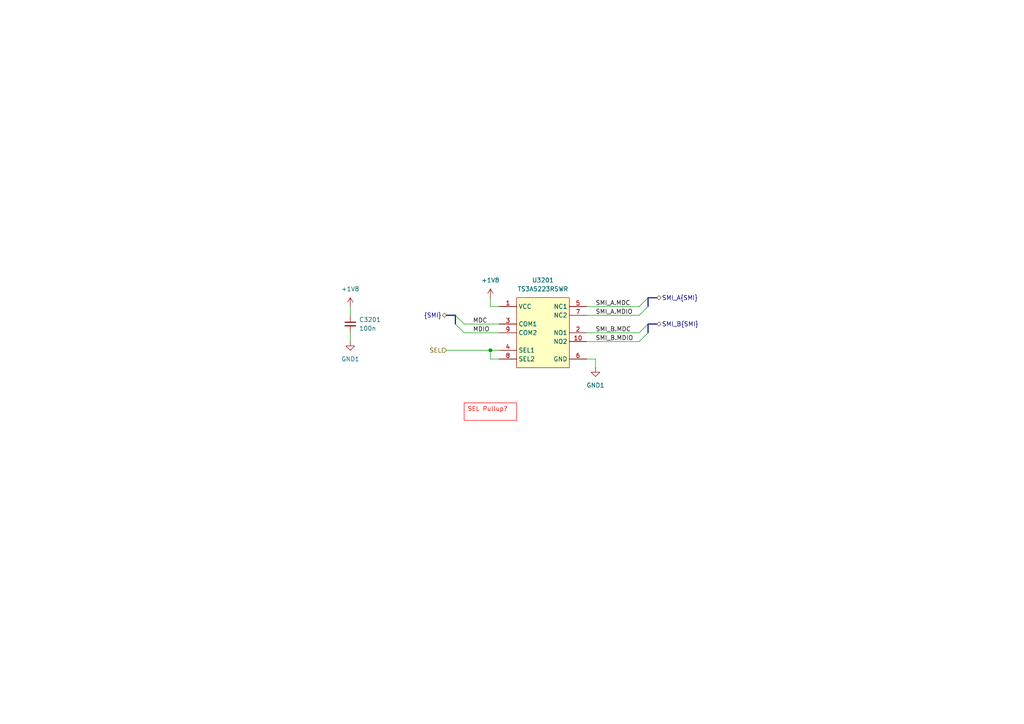
<source format=kicad_sch>
(kicad_sch
	(version 20250114)
	(generator "eeschema")
	(generator_version "9.0")
	(uuid "258d0e79-9dfa-4dbb-8d39-6915f65e196c")
	(paper "A4")
	(title_block
		(date "2025-06-30")
	)
	(lib_symbols
		(symbol "COMM-MUX:TS3A5223RSWR"
			(exclude_from_sim no)
			(in_bom yes)
			(on_board yes)
			(property "Reference" "U"
				(at 0 5.08 0)
				(effects
					(font
						(size 1.27 1.27)
					)
				)
			)
			(property "Value" "TS3A5223RSWR"
				(at 0 2.54 0)
				(effects
					(font
						(size 1.27 1.27)
					)
				)
			)
			(property "Footprint" "project_footprints:RSW_RPUQFNN10_"
				(at 24.13 -87.3 0)
				(effects
					(font
						(size 1.27 1.27)
					)
					(justify left top)
					(hide yes)
				)
			)
			(property "Datasheet" "http://www.ti.com/lit/gpn/ts3a5223"
				(at 24.13 -187.3 0)
				(effects
					(font
						(size 1.27 1.27)
					)
					(justify left top)
					(hide yes)
				)
			)
			(property "Description" "0.5 Dual SPDT Bidirectional Analog Switch"
				(at -1.27 -22.86 0)
				(effects
					(font
						(size 1.27 1.27)
					)
					(hide yes)
				)
			)
			(property "Height" ""
				(at 24.13 -387.3 0)
				(effects
					(font
						(size 1.27 1.27)
					)
					(justify left top)
					(hide yes)
				)
			)
			(property "Mouser Part Number" "595-TS3A5223RSWR"
				(at 24.13 -487.3 0)
				(effects
					(font
						(size 1.27 1.27)
					)
					(justify left top)
					(hide yes)
				)
			)
			(property "Mouser Price/Stock" "https://www.mouser.co.uk/ProductDetail/Texas-Instruments/TS3A5223RSWR?qs=nEyf2%252Bd9RBmZJQRiNjZi8g%3D%3D"
				(at 24.13 -587.3 0)
				(effects
					(font
						(size 1.27 1.27)
					)
					(justify left top)
					(hide yes)
				)
			)
			(property "Manufacturer_Name" "Texas Instruments"
				(at 24.13 -687.3 0)
				(effects
					(font
						(size 1.27 1.27)
					)
					(justify left top)
					(hide yes)
				)
			)
			(property "Manufacturer_Part_Number" "TS3A5223RSWR"
				(at 24.13 -787.3 0)
				(effects
					(font
						(size 1.27 1.27)
					)
					(justify left top)
					(hide yes)
				)
			)
			(symbol "TS3A5223RSWR_1_1"
				(rectangle
					(start -7.62 0)
					(end 7.62 -20.32)
					(stroke
						(width 0)
						(type solid)
					)
					(fill
						(type background)
					)
				)
				(pin power_in line
					(at -12.7 -2.54 0)
					(length 5.08)
					(name "VCC"
						(effects
							(font
								(size 1.27 1.27)
							)
						)
					)
					(number "1"
						(effects
							(font
								(size 1.27 1.27)
							)
						)
					)
				)
				(pin bidirectional line
					(at -12.7 -7.62 0)
					(length 5.08)
					(name "COM1"
						(effects
							(font
								(size 1.27 1.27)
							)
						)
					)
					(number "3"
						(effects
							(font
								(size 1.27 1.27)
							)
						)
					)
				)
				(pin bidirectional line
					(at -12.7 -10.16 0)
					(length 5.08)
					(name "COM2"
						(effects
							(font
								(size 1.27 1.27)
							)
						)
					)
					(number "9"
						(effects
							(font
								(size 1.27 1.27)
							)
						)
					)
				)
				(pin input line
					(at -12.7 -15.24 0)
					(length 5.08)
					(name "SEL1"
						(effects
							(font
								(size 1.27 1.27)
							)
						)
					)
					(number "4"
						(effects
							(font
								(size 1.27 1.27)
							)
						)
					)
				)
				(pin input line
					(at -12.7 -17.78 0)
					(length 5.08)
					(name "SEL2"
						(effects
							(font
								(size 1.27 1.27)
							)
						)
					)
					(number "8"
						(effects
							(font
								(size 1.27 1.27)
							)
						)
					)
				)
				(pin bidirectional line
					(at 12.7 -2.54 180)
					(length 5.08)
					(name "NC1"
						(effects
							(font
								(size 1.27 1.27)
							)
						)
					)
					(number "5"
						(effects
							(font
								(size 1.27 1.27)
							)
						)
					)
				)
				(pin bidirectional line
					(at 12.7 -5.08 180)
					(length 5.08)
					(name "NC2"
						(effects
							(font
								(size 1.27 1.27)
							)
						)
					)
					(number "7"
						(effects
							(font
								(size 1.27 1.27)
							)
						)
					)
				)
				(pin bidirectional line
					(at 12.7 -10.16 180)
					(length 5.08)
					(name "NO1"
						(effects
							(font
								(size 1.27 1.27)
							)
						)
					)
					(number "2"
						(effects
							(font
								(size 1.27 1.27)
							)
						)
					)
				)
				(pin bidirectional line
					(at 12.7 -12.7 180)
					(length 5.08)
					(name "NO2"
						(effects
							(font
								(size 1.27 1.27)
							)
						)
					)
					(number "10"
						(effects
							(font
								(size 1.27 1.27)
							)
						)
					)
				)
				(pin power_in line
					(at 12.7 -17.78 180)
					(length 5.08)
					(name "GND"
						(effects
							(font
								(size 1.27 1.27)
							)
						)
					)
					(number "6"
						(effects
							(font
								(size 1.27 1.27)
							)
						)
					)
				)
			)
			(embedded_fonts no)
		)
		(symbol "Device:C_Small"
			(pin_numbers
				(hide yes)
			)
			(pin_names
				(offset 0.254)
				(hide yes)
			)
			(exclude_from_sim no)
			(in_bom yes)
			(on_board yes)
			(property "Reference" "C"
				(at 0.254 1.778 0)
				(effects
					(font
						(size 1.27 1.27)
					)
					(justify left)
				)
			)
			(property "Value" "C_Small"
				(at 0.254 -2.032 0)
				(effects
					(font
						(size 1.27 1.27)
					)
					(justify left)
				)
			)
			(property "Footprint" ""
				(at 0 0 0)
				(effects
					(font
						(size 1.27 1.27)
					)
					(hide yes)
				)
			)
			(property "Datasheet" "~"
				(at 0 0 0)
				(effects
					(font
						(size 1.27 1.27)
					)
					(hide yes)
				)
			)
			(property "Description" "Unpolarized capacitor, small symbol"
				(at 0 0 0)
				(effects
					(font
						(size 1.27 1.27)
					)
					(hide yes)
				)
			)
			(property "ki_keywords" "capacitor cap"
				(at 0 0 0)
				(effects
					(font
						(size 1.27 1.27)
					)
					(hide yes)
				)
			)
			(property "ki_fp_filters" "C_*"
				(at 0 0 0)
				(effects
					(font
						(size 1.27 1.27)
					)
					(hide yes)
				)
			)
			(symbol "C_Small_0_1"
				(polyline
					(pts
						(xy -1.524 0.508) (xy 1.524 0.508)
					)
					(stroke
						(width 0.3048)
						(type default)
					)
					(fill
						(type none)
					)
				)
				(polyline
					(pts
						(xy -1.524 -0.508) (xy 1.524 -0.508)
					)
					(stroke
						(width 0.3302)
						(type default)
					)
					(fill
						(type none)
					)
				)
			)
			(symbol "C_Small_1_1"
				(pin passive line
					(at 0 2.54 270)
					(length 2.032)
					(name "~"
						(effects
							(font
								(size 1.27 1.27)
							)
						)
					)
					(number "1"
						(effects
							(font
								(size 1.27 1.27)
							)
						)
					)
				)
				(pin passive line
					(at 0 -2.54 90)
					(length 2.032)
					(name "~"
						(effects
							(font
								(size 1.27 1.27)
							)
						)
					)
					(number "2"
						(effects
							(font
								(size 1.27 1.27)
							)
						)
					)
				)
			)
			(embedded_fonts no)
		)
		(symbol "power:+1V8"
			(power)
			(pin_numbers
				(hide yes)
			)
			(pin_names
				(offset 0)
				(hide yes)
			)
			(exclude_from_sim no)
			(in_bom yes)
			(on_board yes)
			(property "Reference" "#PWR"
				(at 0 -3.81 0)
				(effects
					(font
						(size 1.27 1.27)
					)
					(hide yes)
				)
			)
			(property "Value" "+1V8"
				(at 0 3.556 0)
				(effects
					(font
						(size 1.27 1.27)
					)
				)
			)
			(property "Footprint" ""
				(at 0 0 0)
				(effects
					(font
						(size 1.27 1.27)
					)
					(hide yes)
				)
			)
			(property "Datasheet" ""
				(at 0 0 0)
				(effects
					(font
						(size 1.27 1.27)
					)
					(hide yes)
				)
			)
			(property "Description" "Power symbol creates a global label with name \"+1V8\""
				(at 0 0 0)
				(effects
					(font
						(size 1.27 1.27)
					)
					(hide yes)
				)
			)
			(property "ki_keywords" "global power"
				(at 0 0 0)
				(effects
					(font
						(size 1.27 1.27)
					)
					(hide yes)
				)
			)
			(symbol "+1V8_0_1"
				(polyline
					(pts
						(xy -0.762 1.27) (xy 0 2.54)
					)
					(stroke
						(width 0)
						(type default)
					)
					(fill
						(type none)
					)
				)
				(polyline
					(pts
						(xy 0 2.54) (xy 0.762 1.27)
					)
					(stroke
						(width 0)
						(type default)
					)
					(fill
						(type none)
					)
				)
				(polyline
					(pts
						(xy 0 0) (xy 0 2.54)
					)
					(stroke
						(width 0)
						(type default)
					)
					(fill
						(type none)
					)
				)
			)
			(symbol "+1V8_1_1"
				(pin power_in line
					(at 0 0 90)
					(length 0)
					(name "~"
						(effects
							(font
								(size 1.27 1.27)
							)
						)
					)
					(number "1"
						(effects
							(font
								(size 1.27 1.27)
							)
						)
					)
				)
			)
			(embedded_fonts no)
		)
		(symbol "power:GND1"
			(power)
			(pin_numbers
				(hide yes)
			)
			(pin_names
				(offset 0)
				(hide yes)
			)
			(exclude_from_sim no)
			(in_bom yes)
			(on_board yes)
			(property "Reference" "#PWR"
				(at 0 -6.35 0)
				(effects
					(font
						(size 1.27 1.27)
					)
					(hide yes)
				)
			)
			(property "Value" "GND1"
				(at 0 -3.81 0)
				(effects
					(font
						(size 1.27 1.27)
					)
				)
			)
			(property "Footprint" ""
				(at 0 0 0)
				(effects
					(font
						(size 1.27 1.27)
					)
					(hide yes)
				)
			)
			(property "Datasheet" ""
				(at 0 0 0)
				(effects
					(font
						(size 1.27 1.27)
					)
					(hide yes)
				)
			)
			(property "Description" "Power symbol creates a global label with name \"GND1\" , ground"
				(at 0 0 0)
				(effects
					(font
						(size 1.27 1.27)
					)
					(hide yes)
				)
			)
			(property "ki_keywords" "global power"
				(at 0 0 0)
				(effects
					(font
						(size 1.27 1.27)
					)
					(hide yes)
				)
			)
			(symbol "GND1_0_1"
				(polyline
					(pts
						(xy 0 0) (xy 0 -1.27) (xy 1.27 -1.27) (xy 0 -2.54) (xy -1.27 -1.27) (xy 0 -1.27)
					)
					(stroke
						(width 0)
						(type default)
					)
					(fill
						(type none)
					)
				)
			)
			(symbol "GND1_1_1"
				(pin power_in line
					(at 0 0 270)
					(length 0)
					(name "~"
						(effects
							(font
								(size 1.27 1.27)
							)
						)
					)
					(number "1"
						(effects
							(font
								(size 1.27 1.27)
							)
						)
					)
				)
			)
			(embedded_fonts no)
		)
	)
	(text_box "SEL Pullup?"
		(exclude_from_sim no)
		(at 134.62 116.84 0)
		(size 15.24 5.08)
		(margins 0.9525 0.9525 0.9525 0.9525)
		(stroke
			(width 0)
			(type solid)
			(color 255 0 0 1)
		)
		(fill
			(type none)
		)
		(effects
			(font
				(size 1.27 1.27)
				(color 255 0 0 1)
			)
			(justify left top)
		)
		(uuid "0b0b7e91-4968-4a86-b582-1762835c330a")
	)
	(junction
		(at 142.24 101.6)
		(diameter 0)
		(color 0 0 0 0)
		(uuid "9e3500da-98e5-4343-832b-b6ae1165b4e2")
	)
	(bus_entry
		(at 187.96 96.52)
		(size -2.54 2.54)
		(stroke
			(width 0)
			(type default)
		)
		(uuid "28391514-42be-4941-90fb-da125740758a")
	)
	(bus_entry
		(at 132.08 91.44)
		(size 2.54 2.54)
		(stroke
			(width 0)
			(type default)
		)
		(uuid "3322865a-dc7d-4bca-9d54-da8829eb4e51")
	)
	(bus_entry
		(at 187.96 93.98)
		(size -2.54 2.54)
		(stroke
			(width 0)
			(type default)
		)
		(uuid "3a478623-1134-474d-997a-8e131b8bf98f")
	)
	(bus_entry
		(at 187.96 88.9)
		(size -2.54 2.54)
		(stroke
			(width 0)
			(type default)
		)
		(uuid "7cb8fe57-4858-4d3a-9892-c765974bb48c")
	)
	(bus_entry
		(at 187.96 86.36)
		(size -2.54 2.54)
		(stroke
			(width 0)
			(type default)
		)
		(uuid "d959c8a4-8f59-4ca0-a299-e4445c03aa91")
	)
	(bus_entry
		(at 132.08 93.98)
		(size 2.54 2.54)
		(stroke
			(width 0)
			(type default)
		)
		(uuid "e27bb08b-b8f7-4dea-8b53-7a9467eab328")
	)
	(wire
		(pts
			(xy 101.6 99.06) (xy 101.6 96.52)
		)
		(stroke
			(width 0)
			(type default)
		)
		(uuid "00aed880-41a7-46be-9c00-7d88bf34c284")
	)
	(wire
		(pts
			(xy 129.54 101.6) (xy 142.24 101.6)
		)
		(stroke
			(width 0)
			(type default)
		)
		(uuid "017ed3d3-8c18-4319-9a71-2060cffb345b")
	)
	(wire
		(pts
			(xy 144.78 104.14) (xy 142.24 104.14)
		)
		(stroke
			(width 0)
			(type default)
		)
		(uuid "131377bc-8d0e-4b76-b910-5c3d94693c4e")
	)
	(bus
		(pts
			(xy 129.54 91.44) (xy 132.08 91.44)
		)
		(stroke
			(width 0)
			(type default)
		)
		(uuid "248f74d8-e766-4994-bb70-b5a5edb46b05")
	)
	(bus
		(pts
			(xy 187.96 93.98) (xy 187.96 96.52)
		)
		(stroke
			(width 0)
			(type default)
		)
		(uuid "4a687905-cae5-4721-b8b4-47d1d7c4ab45")
	)
	(bus
		(pts
			(xy 190.5 86.36) (xy 187.96 86.36)
		)
		(stroke
			(width 0)
			(type default)
		)
		(uuid "50a5da94-136c-40d4-bb34-63bdd1c5bd5d")
	)
	(bus
		(pts
			(xy 190.5 93.98) (xy 187.96 93.98)
		)
		(stroke
			(width 0)
			(type default)
		)
		(uuid "5774873b-c263-4ace-8f22-58c690c83ace")
	)
	(wire
		(pts
			(xy 170.18 88.9) (xy 185.42 88.9)
		)
		(stroke
			(width 0)
			(type default)
		)
		(uuid "5ae03e28-c677-47a4-99b2-1c6fa93b1127")
	)
	(wire
		(pts
			(xy 170.18 104.14) (xy 172.72 104.14)
		)
		(stroke
			(width 0)
			(type default)
		)
		(uuid "67aef30c-9ec4-4cda-bc8f-3c35d63e353d")
	)
	(wire
		(pts
			(xy 142.24 104.14) (xy 142.24 101.6)
		)
		(stroke
			(width 0)
			(type default)
		)
		(uuid "680b8fd2-f842-4733-af9a-baf7ee2fa9ef")
	)
	(wire
		(pts
			(xy 170.18 91.44) (xy 185.42 91.44)
		)
		(stroke
			(width 0)
			(type default)
		)
		(uuid "6856a343-3e44-4b97-a814-b56d6414dbf5")
	)
	(wire
		(pts
			(xy 134.62 96.52) (xy 144.78 96.52)
		)
		(stroke
			(width 0)
			(type default)
		)
		(uuid "779c398e-0713-489c-86d4-b87c21212dd3")
	)
	(wire
		(pts
			(xy 142.24 86.36) (xy 142.24 88.9)
		)
		(stroke
			(width 0)
			(type default)
		)
		(uuid "9c1b8c75-da5d-4476-ba10-5f75bdd31d46")
	)
	(wire
		(pts
			(xy 170.18 96.52) (xy 185.42 96.52)
		)
		(stroke
			(width 0)
			(type default)
		)
		(uuid "9dfbed39-1d2d-4bb9-b479-902ebe2d9578")
	)
	(bus
		(pts
			(xy 187.96 86.36) (xy 187.96 88.9)
		)
		(stroke
			(width 0)
			(type default)
		)
		(uuid "a6042f6d-bf3c-4cac-915a-44c0ea83f5bc")
	)
	(wire
		(pts
			(xy 134.62 93.98) (xy 144.78 93.98)
		)
		(stroke
			(width 0)
			(type default)
		)
		(uuid "ab48842e-e690-4d9e-af50-6072bb7cae1b")
	)
	(wire
		(pts
			(xy 170.18 99.06) (xy 185.42 99.06)
		)
		(stroke
			(width 0)
			(type default)
		)
		(uuid "ace59c62-700b-4c5b-917c-67f9793e5e97")
	)
	(wire
		(pts
			(xy 142.24 101.6) (xy 144.78 101.6)
		)
		(stroke
			(width 0)
			(type default)
		)
		(uuid "c0645567-a8fc-49f9-a107-7ff485cf4e58")
	)
	(wire
		(pts
			(xy 142.24 88.9) (xy 144.78 88.9)
		)
		(stroke
			(width 0)
			(type default)
		)
		(uuid "c3e74dd0-80c9-448d-b2ff-1f61d42b7c68")
	)
	(wire
		(pts
			(xy 172.72 104.14) (xy 172.72 106.68)
		)
		(stroke
			(width 0)
			(type default)
		)
		(uuid "dd4d0642-0c24-4e49-8848-9bc5d8c12527")
	)
	(wire
		(pts
			(xy 101.6 88.9) (xy 101.6 91.44)
		)
		(stroke
			(width 0)
			(type default)
		)
		(uuid "f92e52f4-bf68-4a86-831a-e49ecea089fd")
	)
	(bus
		(pts
			(xy 132.08 91.44) (xy 132.08 93.98)
		)
		(stroke
			(width 0)
			(type default)
		)
		(uuid "fbb2d019-2fc8-418f-9216-a7e1a5893b02")
	)
	(label "SMI_A.MDC"
		(at 172.72 88.9 0)
		(effects
			(font
				(size 1.27 1.27)
			)
			(justify left bottom)
		)
		(uuid "033d97fa-c462-4bab-b5bc-e6fbf7e761cf")
	)
	(label "SMI_B.MDC"
		(at 172.72 96.52 0)
		(effects
			(font
				(size 1.27 1.27)
			)
			(justify left bottom)
		)
		(uuid "04002a5a-3434-44a0-91da-db3e966b3d05")
	)
	(label "SMI_A.MDIO"
		(at 172.72 91.44 0)
		(effects
			(font
				(size 1.27 1.27)
			)
			(justify left bottom)
		)
		(uuid "71216619-3208-4ff8-8735-4c56ed6309fd")
	)
	(label "MDC"
		(at 137.16 93.98 0)
		(effects
			(font
				(size 1.27 1.27)
			)
			(justify left bottom)
		)
		(uuid "787f7ab3-6c8e-4b39-b230-6c80a05def91")
	)
	(label "MDIO"
		(at 137.16 96.52 0)
		(effects
			(font
				(size 1.27 1.27)
			)
			(justify left bottom)
		)
		(uuid "95bd0883-65df-4f33-9dea-74600398e8b0")
	)
	(label "SMI_B.MDIO"
		(at 172.72 99.06 0)
		(effects
			(font
				(size 1.27 1.27)
			)
			(justify left bottom)
		)
		(uuid "fdfd7681-26f9-4102-8a23-79555e6c7756")
	)
	(hierarchical_label "SMI_A{SMI}"
		(shape bidirectional)
		(at 190.5 86.36 0)
		(effects
			(font
				(size 1.27 1.27)
			)
			(justify left)
		)
		(uuid "1bc7e29a-28c3-4854-a3ef-96029fbf43a2")
	)
	(hierarchical_label "SMI_B{SMI}"
		(shape bidirectional)
		(at 190.5 93.98 0)
		(effects
			(font
				(size 1.27 1.27)
			)
			(justify left)
		)
		(uuid "252cb0e8-fd1f-446a-93cf-717fcc985f89")
	)
	(hierarchical_label "{SMI}"
		(shape bidirectional)
		(at 129.54 91.44 180)
		(effects
			(font
				(size 1.27 1.27)
			)
			(justify right)
		)
		(uuid "615082d0-0b35-4378-a903-7160f6fd414f")
	)
	(hierarchical_label "SEL"
		(shape input)
		(at 129.54 101.6 180)
		(effects
			(font
				(size 1.27 1.27)
			)
			(justify right)
		)
		(uuid "c12415c6-a644-4d67-a975-a26807f98874")
	)
	(symbol
		(lib_id "power:+1V8")
		(at 142.24 86.36 0)
		(unit 1)
		(exclude_from_sim no)
		(in_bom yes)
		(on_board yes)
		(dnp no)
		(fields_autoplaced yes)
		(uuid "7774cdf2-1b1c-4123-a6e5-29f07566d86c")
		(property "Reference" "#PWR03202"
			(at 142.24 90.17 0)
			(effects
				(font
					(size 1.27 1.27)
				)
				(hide yes)
			)
		)
		(property "Value" "+1V8"
			(at 142.24 81.28 0)
			(effects
				(font
					(size 1.27 1.27)
				)
			)
		)
		(property "Footprint" ""
			(at 142.24 86.36 0)
			(effects
				(font
					(size 1.27 1.27)
				)
				(hide yes)
			)
		)
		(property "Datasheet" ""
			(at 142.24 86.36 0)
			(effects
				(font
					(size 1.27 1.27)
				)
				(hide yes)
			)
		)
		(property "Description" "Power symbol creates a global label with name \"+1V8\""
			(at 142.24 86.36 0)
			(effects
				(font
					(size 1.27 1.27)
				)
				(hide yes)
			)
		)
		(pin "1"
			(uuid "c273eded-47e5-4118-ad6c-f1b43ff4b93f")
		)
		(instances
			(project ""
				(path "/a5e57332-4284-4d3c-ab3c-13bc0ddb29b6/71322af8-b569-498c-a6bf-684e9909732c/0f267d67-5d87-4307-9d30-133ad00f9633"
					(reference "#PWR03202")
					(unit 1)
				)
			)
		)
	)
	(symbol
		(lib_id "power:GND1")
		(at 101.6 99.06 0)
		(unit 1)
		(exclude_from_sim no)
		(in_bom yes)
		(on_board yes)
		(dnp no)
		(fields_autoplaced yes)
		(uuid "79cad49c-2c5d-498c-a3f7-d74f9c986118")
		(property "Reference" "#PWR03204"
			(at 101.6 105.41 0)
			(effects
				(font
					(size 1.27 1.27)
				)
				(hide yes)
			)
		)
		(property "Value" "GND1"
			(at 101.6 104.14 0)
			(effects
				(font
					(size 1.27 1.27)
				)
			)
		)
		(property "Footprint" ""
			(at 101.6 99.06 0)
			(effects
				(font
					(size 1.27 1.27)
				)
				(hide yes)
			)
		)
		(property "Datasheet" ""
			(at 101.6 99.06 0)
			(effects
				(font
					(size 1.27 1.27)
				)
				(hide yes)
			)
		)
		(property "Description" "Power symbol creates a global label with name \"GND1\" , ground"
			(at 101.6 99.06 0)
			(effects
				(font
					(size 1.27 1.27)
				)
				(hide yes)
			)
		)
		(pin "1"
			(uuid "3569bca4-e2ae-4a19-9cc8-26a3002cda5c")
		)
		(instances
			(project "switch_main_v5"
				(path "/a5e57332-4284-4d3c-ab3c-13bc0ddb29b6/71322af8-b569-498c-a6bf-684e9909732c/0f267d67-5d87-4307-9d30-133ad00f9633"
					(reference "#PWR03204")
					(unit 1)
				)
			)
		)
	)
	(symbol
		(lib_id "power:+1V8")
		(at 101.6 88.9 0)
		(unit 1)
		(exclude_from_sim no)
		(in_bom yes)
		(on_board yes)
		(dnp no)
		(fields_autoplaced yes)
		(uuid "82e4c1e4-11f4-4388-b513-16027a5d308c")
		(property "Reference" "#PWR03203"
			(at 101.6 92.71 0)
			(effects
				(font
					(size 1.27 1.27)
				)
				(hide yes)
			)
		)
		(property "Value" "+1V8"
			(at 101.6 83.82 0)
			(effects
				(font
					(size 1.27 1.27)
				)
			)
		)
		(property "Footprint" ""
			(at 101.6 88.9 0)
			(effects
				(font
					(size 1.27 1.27)
				)
				(hide yes)
			)
		)
		(property "Datasheet" ""
			(at 101.6 88.9 0)
			(effects
				(font
					(size 1.27 1.27)
				)
				(hide yes)
			)
		)
		(property "Description" "Power symbol creates a global label with name \"+1V8\""
			(at 101.6 88.9 0)
			(effects
				(font
					(size 1.27 1.27)
				)
				(hide yes)
			)
		)
		(pin "1"
			(uuid "da861861-0280-400e-b8de-a1d1e13cc1a4")
		)
		(instances
			(project "switch_main_v5"
				(path "/a5e57332-4284-4d3c-ab3c-13bc0ddb29b6/71322af8-b569-498c-a6bf-684e9909732c/0f267d67-5d87-4307-9d30-133ad00f9633"
					(reference "#PWR03203")
					(unit 1)
				)
			)
		)
	)
	(symbol
		(lib_id "COMM-MUX:TS3A5223RSWR")
		(at 157.48 86.36 0)
		(unit 1)
		(exclude_from_sim no)
		(in_bom yes)
		(on_board yes)
		(dnp no)
		(fields_autoplaced yes)
		(uuid "87554a91-4bce-4fc4-b505-1496cc905395")
		(property "Reference" "U3201"
			(at 157.48 81.28 0)
			(effects
				(font
					(size 1.27 1.27)
				)
			)
		)
		(property "Value" "TS3A5223RSWR"
			(at 157.48 83.82 0)
			(effects
				(font
					(size 1.27 1.27)
				)
			)
		)
		(property "Footprint" "project_footprints:RSW_RPUQFNN10_"
			(at 181.61 173.66 0)
			(effects
				(font
					(size 1.27 1.27)
				)
				(justify left top)
				(hide yes)
			)
		)
		(property "Datasheet" "http://www.ti.com/lit/gpn/ts3a5223"
			(at 181.61 273.66 0)
			(effects
				(font
					(size 1.27 1.27)
				)
				(justify left top)
				(hide yes)
			)
		)
		(property "Description" "0.5 Dual SPDT Bidirectional Analog Switch"
			(at 156.21 109.22 0)
			(effects
				(font
					(size 1.27 1.27)
				)
				(hide yes)
			)
		)
		(property "Height" ""
			(at 181.61 473.66 0)
			(effects
				(font
					(size 1.27 1.27)
				)
				(justify left top)
				(hide yes)
			)
		)
		(property "Mouser Part Number" "595-TS3A5223RSWR"
			(at 181.61 573.66 0)
			(effects
				(font
					(size 1.27 1.27)
				)
				(justify left top)
				(hide yes)
			)
		)
		(property "Mouser Price/Stock" "https://www.mouser.co.uk/ProductDetail/Texas-Instruments/TS3A5223RSWR?qs=nEyf2%252Bd9RBmZJQRiNjZi8g%3D%3D"
			(at 181.61 673.66 0)
			(effects
				(font
					(size 1.27 1.27)
				)
				(justify left top)
				(hide yes)
			)
		)
		(property "Manufacturer_Name" "Texas Instruments"
			(at 181.61 773.66 0)
			(effects
				(font
					(size 1.27 1.27)
				)
				(justify left top)
				(hide yes)
			)
		)
		(property "Manufacturer_Part_Number" "TS3A5223RSWR"
			(at 181.61 873.66 0)
			(effects
				(font
					(size 1.27 1.27)
				)
				(justify left top)
				(hide yes)
			)
		)
		(pin "3"
			(uuid "5d69e1b7-aca5-4674-9fc5-dd14c9f7c2ea")
		)
		(pin "1"
			(uuid "7cd5e850-77f9-4837-87ff-f61ba95e199e")
		)
		(pin "6"
			(uuid "343b6f66-067d-436f-9c7a-2ab0bbfc3b92")
		)
		(pin "5"
			(uuid "4d8f913f-7f50-43e1-9631-a752c5c76ef0")
		)
		(pin "9"
			(uuid "f00ec73e-06d7-4a78-9703-d5a770545961")
		)
		(pin "2"
			(uuid "16d38ace-625d-4b39-a380-7472956c7c50")
		)
		(pin "7"
			(uuid "a741310f-c5c3-4ebd-bbbe-ae047adf6674")
		)
		(pin "8"
			(uuid "42007d53-4db5-4332-8e1f-0c284e6e59d1")
		)
		(pin "10"
			(uuid "25d24750-ae1d-4187-ae38-033b42958fb7")
		)
		(pin "4"
			(uuid "317390d9-a264-40b6-ac77-14a628b55f3d")
		)
		(instances
			(project ""
				(path "/a5e57332-4284-4d3c-ab3c-13bc0ddb29b6/71322af8-b569-498c-a6bf-684e9909732c/0f267d67-5d87-4307-9d30-133ad00f9633"
					(reference "U3201")
					(unit 1)
				)
			)
		)
	)
	(symbol
		(lib_id "power:GND1")
		(at 172.72 106.68 0)
		(unit 1)
		(exclude_from_sim no)
		(in_bom yes)
		(on_board yes)
		(dnp no)
		(fields_autoplaced yes)
		(uuid "93af7258-6586-4a59-bf25-0afde92635e0")
		(property "Reference" "#PWR03201"
			(at 172.72 113.03 0)
			(effects
				(font
					(size 1.27 1.27)
				)
				(hide yes)
			)
		)
		(property "Value" "GND1"
			(at 172.72 111.76 0)
			(effects
				(font
					(size 1.27 1.27)
				)
			)
		)
		(property "Footprint" ""
			(at 172.72 106.68 0)
			(effects
				(font
					(size 1.27 1.27)
				)
				(hide yes)
			)
		)
		(property "Datasheet" ""
			(at 172.72 106.68 0)
			(effects
				(font
					(size 1.27 1.27)
				)
				(hide yes)
			)
		)
		(property "Description" "Power symbol creates a global label with name \"GND1\" , ground"
			(at 172.72 106.68 0)
			(effects
				(font
					(size 1.27 1.27)
				)
				(hide yes)
			)
		)
		(pin "1"
			(uuid "e258cc3c-15d9-41b3-a4ad-237a59ce8be9")
		)
		(instances
			(project ""
				(path "/a5e57332-4284-4d3c-ab3c-13bc0ddb29b6/71322af8-b569-498c-a6bf-684e9909732c/0f267d67-5d87-4307-9d30-133ad00f9633"
					(reference "#PWR03201")
					(unit 1)
				)
			)
		)
	)
	(symbol
		(lib_id "Device:C_Small")
		(at 101.6 93.98 0)
		(unit 1)
		(exclude_from_sim no)
		(in_bom yes)
		(on_board yes)
		(dnp no)
		(uuid "e98499f2-638d-48e9-b494-b5a566c790b1")
		(property "Reference" "C3201"
			(at 104.14 92.7162 0)
			(effects
				(font
					(size 1.27 1.27)
				)
				(justify left)
			)
		)
		(property "Value" "100n"
			(at 104.14 95.2562 0)
			(effects
				(font
					(size 1.27 1.27)
				)
				(justify left)
			)
		)
		(property "Footprint" "Capacitor_SMD:C_0402_1005Metric"
			(at 101.6 93.98 0)
			(effects
				(font
					(size 1.27 1.27)
				)
				(hide yes)
			)
		)
		(property "Datasheet" "~"
			(at 101.6 93.98 0)
			(effects
				(font
					(size 1.27 1.27)
				)
				(hide yes)
			)
		)
		(property "Description" "Unpolarized capacitor, small symbol"
			(at 101.6 93.98 0)
			(effects
				(font
					(size 1.27 1.27)
				)
				(hide yes)
			)
		)
		(pin "1"
			(uuid "3c8295d8-1a3f-49f5-ad53-4534bee80afc")
		)
		(pin "2"
			(uuid "899c0fe7-9f93-4c1a-93d8-99bf7932d14e")
		)
		(instances
			(project "switch_main_v5"
				(path "/a5e57332-4284-4d3c-ab3c-13bc0ddb29b6/71322af8-b569-498c-a6bf-684e9909732c/0f267d67-5d87-4307-9d30-133ad00f9633"
					(reference "C3201")
					(unit 1)
				)
			)
		)
	)
)

</source>
